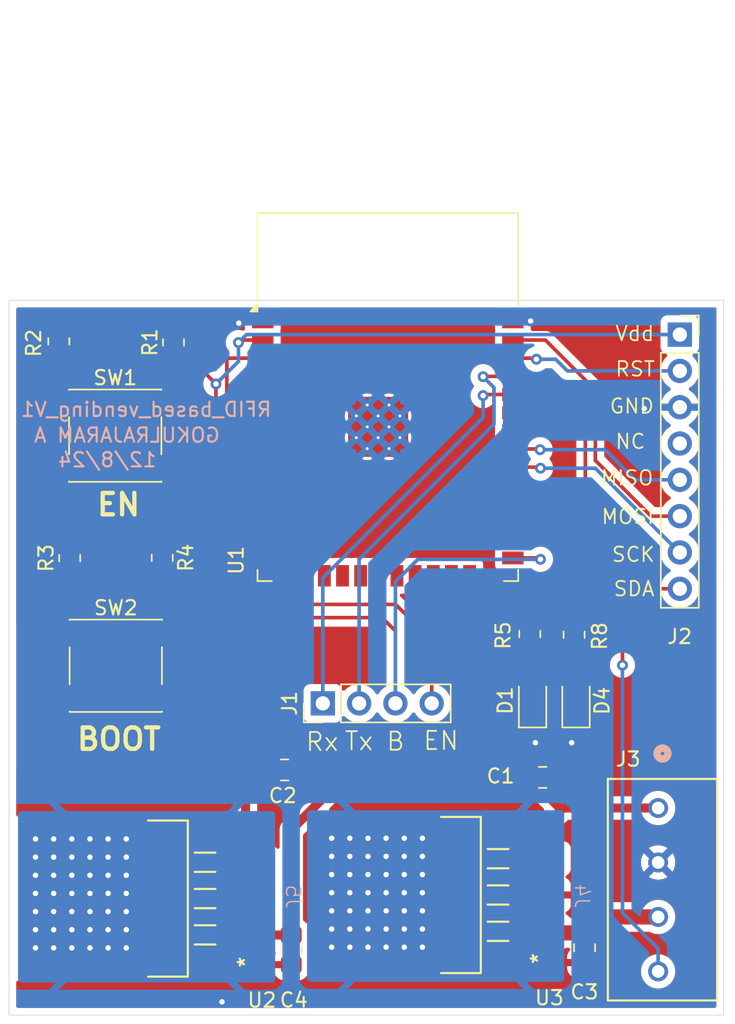
<source format=kicad_pcb>
(kicad_pcb (version 20240108) (generator "pcbnew") (generator_version "8.0")
  (layers (0 "F.Cu" signal) (31 "B.Cu" signal) (34 "B.Paste" user) (35 "F.Paste" user) (36 "B.SilkS" user "B.Silkscreen") (37 "F.SilkS" user "F.Silkscreen") (38 "B.Mask" user) (39 "F.Mask" user) (44 "Edge.Cuts" user))
  (net 0 "")
  (net 1 "/5V")
  (net 2 "GND")
  (net 3 "VDD")
  (net 4 "/12V")
  (net 5 "Net-(D1-A)")
  (net 6 "Net-(D4-A)")
  (net 7 "/EN")
  (net 8 "Net-(J1-Pin_2)")
  (net 9 "Net-(J1-Pin_1)")
  (net 10 "/BOOT")
  (net 11 "/SDA")
  (net 12 "/SCK")
  (net 13 "/NC")
  (net 14 "/MISO")
  (net 15 "/MOSI")
  (net 16 "/RST")
  (net 17 "Net-(J3-Pin_4)")
  (net 18 "Net-(R2-Pad2)")
  (net 19 "Net-(R4-Pad2)")
  (net 20 "/Green")
  (net 21 "/RED")
  (net 25 "/Blue")
  (footprint "Resistor_SMD:R_0805_2012Metric_Pad1.20x1.40mm_HandSolder" (layer "F.Cu") (at 131.2418 95.0374 90)
    (property "Reference" "R3" (at 0 -1.65 -90) (layer "F.SilkS"))
    (property "Value" "12K")
    (fp_line (start -0.227064 -0.735) (end 0.227064 -0.735) (stroke (width 0.12)) (layer "F.SilkS"))
    (fp_line (start -0.227064 0.735) (end 0.227064 0.735) (stroke (width 0.12)) (layer "F.SilkS"))
    (pad "1" smd roundrect (at -1 0 90) (size 1.2 1.4) (layers "F.Cu" "F.Paste" "F.Mask") (roundrect_rratio 0.2083333333) (net 3 "VDD"))
    (pad "2" smd roundrect (at 1 0 90) (size 1.2 1.4) (layers "F.Cu" "F.Paste" "F.Mask") (roundrect_rratio 0.2083333333) (net 10 "/BOOT"))
  )
  (footprint "footprints_screw_connector:CONN4_500000G_AMP" (layer "F.Cu") (at 172.421 112.5149 -90)
    (property "Reference" "J3" (at -3.4149 2.096 0) (layer "F.SilkS"))
    (property "Value" "Conn_01x04_Pin" (hide yes))
    (fp_circle (center -3.81 -0.304) (end -3.429 -0.304) (stroke (width 0.508)) (fill none) (layer "B.SilkS"))
    (fp_line (start -2.032 3.5187) (end 13.462 3.5187) (stroke (width 0.1524)) (layer "F.SilkS"))
    (fp_line (start 13.462 3.5187) (end 13.462 -4.1267) (stroke (width 0.1524)) (layer "F.SilkS"))
    (fp_line (start -2.032 -4.1267) (end -2.032 3.5187) (stroke (width 0.1524)) (layer "F.SilkS"))
    (fp_line (start 13.462 -4.1267) (end -2.032 -4.1267) (stroke (width 0.1524)) (layer "F.SilkS"))
    (fp_circle (center -3.81 -0.304) (end -3.429 -0.304) (stroke (width 0.508)) (fill none) (layer "F.SilkS"))
    (pad "1" thru_hole circle (at 0 0 270) (size 1.397 1.397) (drill 0.889) (layers "*.Cu" "*.Mask") (net 1 "/5V"))
    (pad "2" thru_hole circle (at 3.81 0 270) (size 1.397 1.397) (drill 0.889) (layers "*.Cu" "*.Mask") (net 2 "GND"))
    (pad "3" thru_hole circle (at 7.62 0 270) (size 1.397 1.397) (drill 0.889) (layers "*.Cu" "*.Mask") (net 4 "/12V"))
    (pad "4" thru_hole circle (at 11.43 0 270) (size 1.397 1.397) (drill 0.889) (layers "*.Cu" "*.Mask") (net 17 "Net-(J3-Pin_4)"))
  )
  (footprint "Capacitor_SMD:C_0805_2012Metric_Pad1.18x1.45mm_HandSolder" (layer "F.Cu") (at 167.275 122.2875 -90)
    (property "Reference" "C3" (at 3.097499 0.014999 180) (layer "F.SilkS"))
    (property "Value" "0.22")
    (fp_line (start -0.261252 0.735) (end 0.261252 0.735) (stroke (width 0.12)) (layer "F.SilkS"))
    (fp_line (start -0.261252 -0.735) (end 0.261252 -0.735) (stroke (width 0.12)) (layer "F.SilkS"))
    (pad "1" smd roundrect (at -1.0375 0 270) (size 1.175 1.45) (layers "F.Cu" "F.Paste" "F.Mask") (roundrect_rratio 0.2127659574) (net 4 "/12V"))
    (pad "2" smd roundrect (at 1.0375 0 270) (size 1.175 1.45) (layers "F.Cu" "F.Paste" "F.Mask") (roundrect_rratio 0.2127659574) (net 2 "GND"))
  )
  (footprint "Capacitor_SMD:C_0805_2012Metric_Pad1.18x1.45mm_HandSolder" (layer "F.Cu") (at 146.75 122.4375 -90)
    (property "Reference" "C4" (at 3.5125 -0.175 180) (layer "F.SilkS"))
    (property "Value" "0.22u")
    (fp_line (start -0.261252 0.735) (end 0.261252 0.735) (stroke (width 0.12)) (layer "F.SilkS"))
    (fp_line (start -0.261252 -0.735) (end 0.261252 -0.735) (stroke (width 0.12)) (layer "F.SilkS"))
    (pad "1" smd roundrect (at -1.0375 0 270) (size 1.175 1.45) (layers "F.Cu" "F.Paste" "F.Mask") (roundrect_rratio 0.2127659574) (net 1 "/5V"))
    (pad "2" smd roundrect (at 1.0375 0 270) (size 1.175 1.45) (layers "F.Cu" "F.Paste" "F.Mask") (roundrect_rratio 0.2127659574) (net 2 "GND"))
  )
  (footprint "Resistor_SMD:R_0805_2012Metric_Pad1.20x1.40mm_HandSolder" (layer "F.Cu") (at 137.7188 95.012 -90)
    (property "Reference" "R4" (at 0 -1.65 90) (layer "F.SilkS"))
    (property "Value" "470")
    (fp_line (start -0.227064 0.735) (end 0.227064 0.735) (stroke (width 0.12)) (layer "F.SilkS"))
    (fp_line (start -0.227064 -0.735) (end 0.227064 -0.735) (stroke (width 0.12)) (layer "F.SilkS"))
    (pad "1" smd roundrect (at -1 0 270) (size 1.2 1.4) (layers "F.Cu" "F.Paste" "F.Mask") (roundrect_rratio 0.2083333333) (net 10 "/BOOT"))
    (pad "2" smd roundrect (at 1 0 270) (size 1.2 1.4) (layers "F.Cu" "F.Paste" "F.Mask") (roundrect_rratio 0.2083333333) (net 19 "Net-(R4-Pad2)"))
  )
  (footprint "Button_Switch_SMD:SW_Push_1P1T_NO_6x6mm_H9.5mm" (layer "F.Cu") (at 134.4296 86.4722)
    (property "Reference" "SW1" (at 0 -4.05 0) (layer "F.SilkS"))
    (property "Value" "SW_Push")
    (fp_line (start -3.23 -3.23) (end 3.23 -3.23) (stroke (width 0.12)) (layer "F.SilkS"))
    (fp_line (start -3.23 -3.2) (end -3.23 -3.23) (stroke (width 0.12)) (layer "F.SilkS"))
    (fp_line (start -3.23 -1.3) (end -3.23 1.3) (stroke (width 0.12)) (layer "F.SilkS"))
    (fp_line (start -3.23 3.23) (end -3.23 3.2) (stroke (width 0.12)) (layer "F.SilkS"))
    (fp_line (start -3.23 3.23) (end 3.23 3.23) (stroke (width 0.12)) (layer "F.SilkS"))
    (fp_line (start 3.23 -3.23) (end 3.23 -3.2) (stroke (width 0.12)) (layer "F.SilkS"))
    (fp_line (start 3.23 -1.3) (end 3.23 1.3) (stroke (width 0.12)) (layer "F.SilkS"))
    (fp_line (start 3.23 3.23) (end 3.23 3.2) (stroke (width 0.12)) (layer "F.SilkS"))
    (pad "1" smd rect (at -3.975 -2.25) (size 1.55 1.3) (layers "F.Cu" "F.Paste" "F.Mask") (net 18 "Net-(R2-Pad2)"))
    (pad "1" smd rect (at 3.975 -2.25) (size 1.55 1.3) (layers "F.Cu" "F.Paste" "F.Mask") (net 18 "Net-(R2-Pad2)"))
    (pad "2" smd rect (at -3.975 2.25) (size 1.55 1.3) (layers "F.Cu" "F.Paste" "F.Mask") (net 2 "GND"))
    (pad "2" smd rect (at 3.975 2.25) (size 1.55 1.3) (layers "F.Cu" "F.Paste" "F.Mask") (net 2 "GND"))
  )
  (footprint "Resistor_SMD:R_0805_2012Metric_Pad1.20x1.40mm_HandSolder" (layer "F.Cu") (at 130.4798 79.8736 -90)
    (property "Reference" "R2" (at 0.1264 1.7548 90) (layer "F.SilkS"))
    (property "Value" "470")
    (fp_line (start -0.227064 0.735) (end 0.227064 0.735) (stroke (width 0.12)) (layer "F.SilkS"))
    (fp_line (start -0.227064 -0.735) (end 0.227064 -0.735) (stroke (width 0.12)) (layer "F.SilkS"))
    (pad "1" smd roundrect (at -1 0 270) (size 1.2 1.4) (layers "F.Cu" "F.Paste" "F.Mask") (roundrect_rratio 0.2083333333) (net 7 "/EN"))
    (pad "2" smd roundrect (at 1 0 270) (size 1.2 1.4) (layers "F.Cu" "F.Paste" "F.Mask") (roundrect_rratio 0.2083333333) (net 18 "Net-(R2-Pad2)"))
  )
  (footprint "footprints_5v:TO263-3LD_MCH" (layer "F.Cu") (at 155.3 118.6 90)
    (property "Reference" "U3" (at -7.194 9.5077 0) (layer "F.SilkS"))
    (property "Value" "MIC2940A-5.0WU")
    (fp_line (start -5.461 1.929749) (end -5.461 4.7117) (stroke (width 0.1524)) (layer "F.SilkS"))
    (fp_line (start 5.461 4.7117) (end 5.461 1.929749) (stroke (width 0.1524)) (layer "F.SilkS"))
    (fp_line (start -5.461 4.7117) (end 5.461 4.7117) (stroke (width 0.1524)) (layer "F.SilkS"))
    (fp_line (start 3.2131 5.1943) (end 3.2131 6.6421) (stroke (width 0.1524)) (layer "F.SilkS"))
    (fp_line (start 1.8669 5.1943) (end 1.8669 6.6421) (stroke (width 0.1524)) (layer "F.SilkS"))
    (fp_line (start 0.6731 5.1943) (end 0.6731 6.6421) (stroke (width 0.1524)) (layer "F.SilkS"))
    (fp_line (start -0.6731 5.1943) (end -0.6731 6.6421) (stroke (width 0.1524)) (layer "F.SilkS"))
    (fp_line (start -1.8669 5.1943) (end -1.8669 6.6421) (stroke (width 0.1524)) (layer "F.SilkS"))
    (fp_line (start -3.2131 5.1943) (end -3.2131 6.6421) (stroke (width 0.1524)) (layer "F.SilkS"))
    (fp_text user "*" (at -4.445 8.7503 90) (layer "F.SilkS"))
    (fp_text user "*" (at -4.445 8.7503 -90) (layer "F.SilkS"))
    (pad "1" smd rect (at -2.54 8.7503 90) (size 1.397 3.5052) (layers "F.Cu" "F.Paste" "F.Mask") (net 4 "/12V"))
    (pad "2" smd rect (at 0 8.7503 90) (size 1.397 3.5052) (layers "F.Cu" "F.Paste" "F.Mask") (net 2 "GND"))
    (pad "3" smd rect (at 2.54 8.7503 90) (size 1.397 3.5052) (layers "F.Cu" "F.Paste" "F.Mask") (net 1 "/5V"))
    (pad "4" smd rect (at 0 -2.5908 90) (size 10.7188 8.4074) (layers "F.Cu" "F.Paste" "F.Mask") (net 2 "GND"))
  )
  (footprint "Capacitor_SMD:C_0805_2012Metric_Pad1.18x1.45mm_HandSolder" (layer "F.Cu") (at 164.3375 110.375)
    (property "Reference" "C1" (at -2.94 -0.095 0) (layer "F.SilkS"))
    (property "Value" "10u")
    (fp_line (start -0.261252 -0.735) (end 0.261252 -0.735) (stroke (width 0.12)) (layer "F.SilkS"))
    (fp_line (start -0.261252 0.735) (end 0.261252 0.735) (stroke (width 0.12)) (layer "F.SilkS"))
    (pad "1" smd roundrect (at -1.0375 0) (size 1.175 1.45) (layers "F.Cu" "F.Paste" "F.Mask") (roundrect_rratio 0.2127659574) (net 1 "/5V"))
    (pad "2" smd roundrect (at 1.0375 0) (size 1.175 1.45) (layers "F.Cu" "F.Paste" "F.Mask") (roundrect_rratio 0.2127659574) (net 2 "GND"))
  )
  (footprint "LED_SMD:LED_0805_2012Metric_Pad1.15x1.40mm_HandSolder" (layer "F.Cu") (at 166.6748 105.02 90)
    (property "Reference" "D4" (at 0 1.8252 -90) (layer "F.SilkS"))
    (property "Value" "RED LED")
    (fp_line (start 1 -0.96) (end -1.86 -0.96) (stroke (width 0.12)) (layer "F.SilkS"))
    (fp_line (start -1.86 -0.96) (end -1.86 0.96) (stroke (width 0.12)) (layer "F.SilkS"))
    (fp_line (start -1.86 0.96) (end 1 0.96) (stroke (width 0.12)) (layer "F.SilkS"))
    (pad "1" smd roundrect (at -1.025 0 90) (size 1.15 1.4) (layers "F.Cu" "F.Paste" "F.Mask") (roundrect_rratio 0.2173913043) (net 2 "GND"))
    (pad "2" smd roundrect (at 1.025 0 90) (size 1.15 1.4) (layers "F.Cu" "F.Paste" "F.Mask") (roundrect_rratio 0.2173913043) (net 6 "Net-(D4-A)"))
  )
  (footprint "Connector_PinHeader_2.54mm:PinHeader_1x04_P2.54mm_Vertical" (layer "F.Cu") (at 148.9556 105.1968 90)
    (property "Reference" "J1" (at 0 -2.33 -90) (layer "F.SilkS"))
    (property "Value" "Conn_01x04_Pin")
    (fp_line (start -1.33 -1.33) (end 0 -1.33) (stroke (width 0.12)) (layer "F.SilkS"))
    (fp_line (start -1.33 0) (end -1.33 -1.33) (stroke (width 0.12)) (layer "F.SilkS"))
    (fp_line (start 1.33 1.27) (end 1.33 8.95) (stroke (width 0.12)) (layer "F.SilkS"))
    (fp_line (start -1.33 1.27) (end 1.33 1.27) (stroke (width 0.12)) (layer "F.SilkS"))
    (fp_line (start -1.33 1.27) (end -1.33 8.95) (stroke (width 0.12)) (layer "F.SilkS"))
    (fp_line (start -1.33 8.95) (end 1.33 8.95) (stroke (width 0.12)) (layer "F.SilkS"))
    (pad "1" thru_hole rect (at 0 0 90) (size 1.7 1.7) (drill 1) (layers "*.Cu" "*.Mask") (net 9 "Net-(J1-Pin_1)"))
    (pad "2" thru_hole oval (at 0 2.54 90) (size 1.7 1.7) (drill 1) (layers "*.Cu" "*.Mask") (net 8 "Net-(J1-Pin_2)"))
    (pad "3" thru_hole oval (at 0 5.08 90) (size 1.7 1.7) (drill 1) (layers "*.Cu" "*.Mask") (net 10 "/BOOT"))
    (pad "4" thru_hole oval (at 0 7.62 90) (size 1.7 1.7) (drill 1) (layers "*.Cu" "*.Mask") (net 7 "/EN"))
  )
  (footprint "Capacitor_SMD:C_0805_2012Metric_Pad1.18x1.45mm_HandSolder" (layer "F.Cu") (at 146.2825 109.855)
    (property "Reference" "C2" (at -0.1325 1.795 0) (layer "F.SilkS"))
    (property "Value" "10u")
    (fp_line (start -0.261252 -0.735) (end 0.261252 -0.735) (stroke (width 0.12)) (layer "F.SilkS"))
    (fp_line (start -0.261252 0.735) (end 0.261252 0.735) (stroke (width 0.12)) (layer "F.SilkS"))
    (pad "1" smd roundrect (at -1.0375 0) (size 1.175 1.45) (layers "F.Cu" "F.Paste" "F.Mask") (roundrect_rratio 0.2127659574) (net 3 "VDD"))
    (pad "2" smd roundrect (at 1.0375 0) (size 1.175 1.45) (layers "F.Cu" "F.Paste" "F.Mask") (roundrect_rratio 0.2127659574) (net 2 "GND"))
  )
  (footprint "RF_Module:ESP32-WROOM-32" (layer "F.Cu") (at 153.5052 86.7614)
    (property "Reference" "U1" (at -10.61 8.43 90) (layer "F.SilkS"))
    (property "Value" "ESP32-WROOM-32")
    (fp_line (start -9.12 -15.86) (end -9.12 -9.7) (stroke (width 0.12)) (layer "F.SilkS"))
    (fp_line (start -9.12 -15.86) (end 9.12 -15.86) (stroke (width 0.12)) (layer "F.SilkS"))
    (fp_line (start -9.12 9.1) (end -9.12 9.88) (stroke (width 0.12)) (layer "F.SilkS"))
    (fp_line (start -9.12 9.88) (end -8.12 9.88) (stroke (width 0.12)) (layer "F.SilkS"))
    (fp_line (start 9.12 -15.86) (end 9.12 -9.445) (stroke (width 0.12)) (layer "F.SilkS"))
    (fp_line (start 9.12 9.1) (end 9.12 9.88) (stroke (width 0.12)) (layer "F.SilkS"))
    (fp_line (start 9.12 9.88) (end 8.12 9.88) (stroke (width 0.12)) (layer "F.SilkS"))
    (fp_poly (pts (xy -9.125 -8.975) (xy -9.625 -8.975) (xy -9.125 -9.475) (xy -9.125 -8.975)) (stroke (width 0.12)) (fill solid) (layer "F.SilkS"))
    (pad "1" smd rect (at -8.75 -8.25) (size 1.5 0.9) (layers "F.Cu" "F.Paste" "F.Mask") (net 2 "GND"))
    (pad "2" smd rect (at -8.75 -6.98) (size 1.5 0.9) (layers "F.Cu" "F.Paste" "F.Mask") (net 3 "VDD"))
    (pad "3" smd rect (at -8.75 -5.71) (size 1.5 0.9) (layers "F.Cu" "F.Paste" "F.Mask") (net 7 "/EN"))
    (pad "4" smd rect (at -8.75 -4.44) (size 1.5 0.9) (layers "F.Cu" "F.Paste" "F.Mask"))
    (pad "5" smd rect (at -8.75 -3.17) (size 1.5 0.9) (layers "F.Cu" "F.Paste" "F.Mask"))
    (pad "6" smd rect (at -8.75 -1.9) (size 1.5 0.9) (layers "F.Cu" "F.Paste" "F.Mask"))
    (pad "7" smd rect (at -8.75 -0.63) (size 1.5 0.9) (layers "F.Cu" "F.Paste" "F.Mask"))
    (pad "8" smd rect (at -8.75 0.64) (size 1.5 0.9) (layers "F.Cu" "F.Paste" "F.Mask"))
    (pad "9" smd rect (at -8.75 1.91) (size 1.5 0.9) (layers "F.Cu" "F.Paste" "F.Mask"))
    (pad "10" smd rect (at -8.75 3.18) (size 1.5 0.9) (layers "F.Cu" "F.Paste" "F.Mask"))
    (pad "11" smd rect (at -8.75 4.45) (size 1.5 0.9) (layers "F.Cu" "F.Paste" "F.Mask"))
    (pad "12" smd rect (at -8.75 5.72) (size 1.5 0.9) (layers "F.Cu" "F.Paste" "F.Mask"))
    (pad "13" smd rect (at -8.75 6.99) (size 1.5 0.9) (layers "F.Cu" "F.Paste" "F.Mask"))
    (pad "14" smd rect (at -8.75 8.26) (size 1.5 0.9) (layers "F.Cu" "F.Paste" "F.Mask"))
    (pad "15" smd rect (at -5.71 9.51 90) (size 1.5 0.9) (layers "F.Cu" "F.Paste" "F.Mask") (net 2 "GND"))
    (pad "16" smd rect (at -4.44 9.51 90) (size 1.5 0.9) (layers "F.Cu" "F.Paste" "F.Mask"))
    (pad "17" smd rect (at -3.17 9.51 90) (size 1.5 0.9) (layers "F.Cu" "F.Paste" "F.Mask"))
    (pad "18" smd rect (at -1.9 9.51 90) (size 1.5 0.9) (layers "F.Cu" "F.Paste" "F.Mask"))
    (pad "19" smd rect (at -0.63 9.51 90) (size 1.5 0.9) (layers "F.Cu" "F.Paste" "F.Mask"))
    (pad "20" smd rect (at 0.64 9.51 90) (size 1.5 0.9) (layers "F.Cu" "F.Paste" "F.Mask"))
    (pad "21" smd rect (at 1.91 9.51 90) (size 1.5 0.9) (layers "F.Cu" "F.Paste" "F.Mask"))
    (pad "22" smd rect (at 3.18 9.51 90) (size 1.5 0.9) (layers "F.Cu" "F.Paste" "F.Mask"))
    (pad "23" smd rect (at 4.45 9.51 90) (size 1.5 0.9) (layers "F.Cu" "F.Paste" "F.Mask") (net 25 "/Blue"))
    (pad "24" smd rect (at 5.72 9.51 90) (size 1.5 0.9) (layers "F.Cu" "F.Paste" "F.Mask") (net 20 "/Green"))
    (pad "25" smd rect (at 8.75 8.26) (size 1.5 0.9) (layers "F.Cu" "F.Paste" "F.Mask") (net 10 "/BOOT"))
    (pad "26" smd rect (at 8.75 6.99) (size 1.5 0.9) (layers "F.Cu" "F.Paste" "F.Mask") (net 21 "/RED"))
    (pad "27" smd rect (at 8.75 5.72) (size 1.5 0.9) (layers "F.Cu" "F.Paste" "F.Mask"))
    (pad "28" smd rect (at 8.75 4.45) (size 1.5 0.9) (layers "F.Cu" "F.Paste" "F.Mask"))
    (pad "29" smd rect (at 8.75 3.18) (size 1.5 0.9) (layers "F.Cu" "F.Paste" "F.Mask") (net 17 "Net-(J3-Pin_4)"))
    (pad "30" smd rect (at 8.75 1.91) (size 1.5 0.9) (layers "F.Cu" "F.Paste" "F.Mask") (net 12 "/SCK"))
    (pad "31" smd rect (at 8.75 0.64) (size 1.5 0.9) (layers "F.Cu" "F.Paste" "F.Mask") (net 14 "/MISO"))
    (pad "32" smd rect (at 8.75 -0.63) (size 1.5 0.9) (layers "F.Cu" "F.Paste" "F.Mask"))
    (pad "33" smd rect (at 8.75 -1.9) (size 1.5 0.9) (layers "F.Cu" "F.Paste" "F.Mask") (net 11 "/SDA"))
    (pad "34" smd rect (at 8.75 -3.17) (size 1.5 0.9) (layers "F.Cu" "F.Paste" "F.Mask") (net 9 "Net-(J1-Pin_1)"))
    (pad "35" smd rect (at 8.75 -4.44) (size 1.5 0.9) (layers "F.Cu" "F.Paste" "F.Mask") (net 8 "Net-(J1-Pin_2)"))
    (pad "36" smd rect (at 8.75 -5.71) (size 1.5 0.9) (layers "F.Cu" "F.Paste" "F.Mask") (net 16 "/RST"))
    (pad "37" smd rect (at 8.75 -6.98) (size 1.5 0.9) (layers "F.Cu" "F.Paste" "F.Mask") (net 15 "/MOSI"))
    (pad "38" smd rect (at 8.75 -8.25) (size 1.5 0.9) (layers "F.Cu" "F.Paste" "F.Mask") (net 2 "GND"))
    (pad "39" smd rect (at -2.205 -2.435) (size 1.05 1.05) (layers "F.Cu" "F.Paste") (net 2 "GND"))
    (pad "39" thru_hole circle (at -2.205 -1.6725) (size 0.6 0.6) (drill 0.2) (property pad_prop_heatsink) (layers "*.Cu" "F.Mask") (net 2 "GND"))
    (pad "39" smd rect (at -2.205 -0.91) (size 1.05 1.05) (layers "F.Cu" "F.Paste") (net 2 "GND"))
    (pad "39" thru_hole circle (at -2.205 -0.1475) (size 0.6 0.6) (drill 0.2) (property pad_prop_heatsink) (layers "*.Cu" "F.Mask") (net 2 "GND"))
    (pad "39" smd rect (at -2.205 0.615) (size 1.05 1.05) (layers "F.Cu" "F.Paste") (net 2 "GND"))
    (pad "39" thru_hole circle (at -1.4425 -2.435) (size 0.6 0.6) (drill 0.2) (property pad_prop_heatsink) (layers "*.Cu" "F.Mask") (net 2 "GND"))
    (pad "39" thru_hole circle (at -1.4425 -0.91) (size 0.6 0.6) (drill 0.2) (property pad_prop_heatsink) (layers "*.Cu" "F.Mask") (net 2 "GND"))
    (pad "39" thru_hole circle (at -1.4425 0.615) (size 0.6 0.6) (drill 0.2) (property pad_prop_heatsink) (layers "*.Cu" "F.Mask") (net 2 "GND"))
    (pad "39" smd rect (at -0.68 -2.435) (size 1.05 1.05) (layers "F.Cu" "F.Paste") (net 2 "GND"))
    (pad "39" thru_hole circle (at -0.68 -1.6725) (size 0.6 0.6) (drill 0.2) (property pad_prop_heatsink) (layers "*.Cu" "F.Mask") (net 2 "GND"))
    (pad "39" smd rect (at -0.68 -0.91) (size 1.05 1.05) (layers "F.Cu" "F.Paste") (net 2 "GND"))
    (pad "39" smd rect (at -0.68 -0.91) (size 4.2 4.2) (layers "F.Cu" "F.Mask") (net 2 "GND"))
    (pad "39" thru_hole circle (at -0.68 -0.1475) (size 0.6 0.6) (drill 0.2) (property pad_prop_heatsink) (layers "*.Cu" "F.Mask") (net 2 "GND"))
    (pad "39" smd rect (at -0.68 0.615) (size 1.05 1.05) (layers "F.Cu" "F.Paste") (net 2 "GND"))
    (pad "39" thru_hole circle (at 0.0825 -2.435) (size 0.6 0.6) (drill 0.2) (property pad_prop_heatsink) (layers "*.Cu" "F.Mask") (net 2 "GND"))
    (pad "39" thru_hole circle (at 0.0825 -0.91) (size 0.6 0.6) (drill 0.2) (property pad_prop_heatsink) (layers "*.Cu" "F.Mask") (net 2 "GND"))
    (pad "39" thru_hole circle (at 0.0825 0.615) (size 0.6 0.6) (drill 0.2) (property pad_prop_heatsink) (layers "*.Cu" "F.Mask") (net 2 "GND"))
    (pad "39" smd rect (at 0.845 -2.435) (size 1.05 1.05) (layers "F.Cu" "F.Paste") (net 2 "GND"))
    (pad "39" thru_hole circle (at 0.845 -1.6725) (size 0.6 0.6) (drill 0.2) (property pad_prop_heatsink) (layers "*.Cu" "F.Mask") (net 2 "GND"))
    (pad "39" smd rect (at 0.845 -0.91) (size 1.05 1.05) (layers "F.Cu" "F.Paste") (net 2 "GND"))
    (pad "39" thru_hole circle (at 0.845 -0.1475) (size 0.6 0.6) (drill 0.2) (property pad_prop_heatsink) (layers "*.Cu" "F.Mask") (net 2 "GND"))
    (pad "39" smd rect (at 0.845 0.615) (size 1.05 1.05) (layers "F.Cu" "F.Paste") (net 2 "GND"))
    (zone (net 0) (net_name "") (layers "F.Cu" "In1.Cu" "B.Cu") (connect_pads (clearance 0)) (min_thickness 0.254)
      (keepout (tracks not_allowed) (vias not_allowed) (pads not_allowed) (copperpour not_allowed) (footprints not_allowed))
      (fill (thermal_gap 0.508) (thermal_bridge_width 0.508))
      (polygon (pts (xy 129.5052 76.9614) (xy 177.5052 76.9614) (xy 177.5052 56.0214) (xy 129.5052 56.0214)))
    )
  )
  (footprint "Button_Switch_SMD:SW_Push_1P1T_NO_6x6mm_H9.5mm" (layer "F.Cu") (at 134.4676 102.5652)
    (property "Reference" "SW2" (at 0 -4.05 0) (layer "F.SilkS"))
    (property "Value" "SW_Push")
    (fp_line (start -3.23 -3.23) (end 3.23 -3.23) (stroke (width 0.12)) (layer "F.SilkS"))
    (fp_line (start -3.23 -3.2) (end -3.23 -3.23) (stroke (width 0.12)) (layer "F.SilkS"))
    (fp_line (start -3.23 -1.3) (end -3.23 1.3) (stroke (width 0.12)) (layer "F.SilkS"))
    (fp_line (start -3.23 3.23) (end -3.23 3.2) (stroke (width 0.12)) (layer "F.SilkS"))
    (fp_line (start -3.23 3.23) (end 3.23 3.23) (stroke (width 0.12)) (layer "F.SilkS"))
    (fp_line (start 3.23 -3.23) (end 3.23 -3.2) (stroke (width 0.12)) (layer "F.SilkS"))
    (fp_line (start 3.23 -1.3) (end 3.23 1.3) (stroke (width 0.12)) (layer "F.SilkS"))
    (fp_line (start 3.23 3.23) (end 3.23 3.2) (stroke (width 0.12)) (layer "F.SilkS"))
    (pad "1" smd rect (at -3.975 -2.25) (size 1.55 1.3) (layers "F.Cu" "F.Paste" "F.Mask") (net 19 "Net-(R4-Pad2)"))
    (pad "1" smd rect (at 3.975 -2.25) (size 1.55 1.3) (layers "F.Cu" "F.Paste" "F.Mask") (net 19 "Net-(R4-Pad2)"))
    (pad "2" smd rect (at -3.975 2.25) (size 1.55 1.3) (layers "F.Cu" "F.Paste" "F.Mask") (net 2 "GND"))
    (pad "2" smd rect (at 3.975 2.25) (size 1.55 1.3) (layers "F.Cu" "F.Paste" "F.Mask") (net 2 "GND"))
  )
  (footprint "footprints:TO263-3LD_MCH" (layer "F.Cu") (at 134.7958 118.85 90)
    (property "Reference" "U2" (at -7.1074 9.8976 0) (layer "F.SilkS"))
    (property "Value" "MIC2940A-3.3WU")
    (fp_line (start -5.461 1.929749) (end -5.461 4.7117) (stroke (width 0.1524)) (layer "F.SilkS"))
    (fp_line (start 5.461 4.7117) (end 5.461 1.929749) (stroke (width 0.1524)) (layer "F.SilkS"))
    (fp_line (start -5.461 4.7117) (end 5.461 4.7117) (stroke (width 0.1524)) (layer "F.SilkS"))
    (fp_line (start 3.2131 5.1943) (end 3.2131 6.6421) (stroke (width 0.1524)) (layer "F.SilkS"))
    (fp_line (start 1.8669 5.1943) (end 1.8669 6.6421) (stroke (width 0.1524)) (layer "F.SilkS"))
    (fp_line (start 0.6731 5.1943) (end 0.6731 6.6421) (stroke (width 0.1524)) (layer "F.SilkS"))
    (fp_line (start -0.6731 5.1943) (end -0.6731 6.6421) (stroke (width 0.1524)) (layer "F.SilkS"))
    (fp_line (start -1.8669 5.1943) (end -1.8669 6.6421) (stroke (width 0.1524)) (layer "F.SilkS"))
    (fp_line (start -3.2131 5.1943) (end -3.2131 6.6421) (stroke (width 0.1524)) (layer "F.SilkS"))
    (fp_text user "*" (at -4.445 8.7503 90) (layer "F.SilkS"))
    (fp_text user "*" (at -4.445 8.7503 -90) (layer "F.SilkS"))
    (pad "1" smd rect (at -2.54 8.7503 90) (size 1.397 3.5052) (layers "F.Cu" "F.Paste" "F.Mask") (net 1 "/5V"))
    (pad "2" smd rect (at 0 8.7503 90) (size 1.397 3.5052) (layers "F.Cu" "F.Paste" "F.Mask") (net 2 "GND"))
    (pad "3" smd rect (at 2.54 8.7503 90) (size 1.397 3.5052) (layers "F.Cu" "F.Paste" "F.Mask") (net 3 "VDD"))
    (pad "4" smd rect (at 0 -2.5908 90) (size 10.7188 8.4074) (layers "F.Cu" "F.Paste" "F.Mask") (net 2 "GND"))
  )
  (footprint "Resistor_SMD:R_0805_2012Metric_Pad1.20x1.40mm_HandSolder" (layer "F.Cu") (at 163.4396 100.3464 -90)
    (property "Reference" "R5" (at 0.1036 1.8646 90) (layer "F.SilkS"))
    (property "Value" "470")
    (fp_line (start -0.227064 0.735) (end 0.227064 0.735) (stroke (width 0.12)) (layer "F.SilkS"))
    (fp_line (start -0.227064 -0.735) (end 0.227064 -0.735) (stroke (width 0.12)) (layer "F.SilkS"))
    (pad "1" smd roundrect (at -1 0 270) (size 1.2 1.4) (layers "F.Cu" "F.Paste" "F.Mask") (roundrect_rratio 0.2083333333) (net 20 "/Green"))
    (pad "2" smd roundrect (at 1 0 270) (size 1.2 1.4) (layers "F.Cu" "F.Paste" "F.Mask") (roundrect_rratio 0.2083333333) (net 5 "Net-(D1-A)"))
  )
  (footprint "LED_SMD:LED_0805_2012Metric_Pad1.15x1.40mm_HandSolder" (layer "F.Cu") (at 163.6348 105.02 90)
    (property "Reference" "D1" (at 0.02 -1.9098 -90) (layer "F.SilkS"))
    (property "Value" "Green LED")
    (fp_line (start 1 -0.96) (end -1.86 -0.96) (stroke (width 0.12)) (layer "F.SilkS"))
    (fp_line (start -1.86 -0.96) (end -1.86 0.96) (stroke (width 0.12)) (layer "F.SilkS"))
    (fp_line (start -1.86 0.96) (end 1 0.96) (stroke (width 0.12)) (layer "F.SilkS"))
    (pad "1" smd roundrect (at -1.025 0 90) (size 1.15 1.4) (layers "F.Cu" "F.Paste" "F.Mask") (roundrect_rratio 0.2173913043) (net 2 "GND"))
    (pad "2" smd roundrect (at 1.025 0 90) (size 1.15 1.4) (layers "F.Cu" "F.Paste" "F.Mask") (roundrect_rratio 0.2173913043) (net 5 "Net-(D1-A)"))
  )
  (footprint "Resistor_SMD:R_0805_2012Metric_Pad1.20x1.40mm_HandSolder" (layer "F.Cu") (at 138.5062 79.9498 90)
    (property "Reference" "R1" (at 0 -1.65 -90) (layer "F.SilkS"))
    (property "Value" "12K")
    (fp_line (start -0.227064 -0.735) (end 0.227064 -0.735) (stroke (width 0.12)) (layer "F.SilkS"))
    (fp_line (start -0.227064 0.735) (end 0.227064 0.735) (stroke (width 0.12)) (layer "F.SilkS"))
    (pad "1" smd roundrect (at -1 0 90) (size 1.2 1.4) (layers "F.Cu" "F.Paste" "F.Mask") (roundrect_rratio 0.2083333333) (net 3 "VDD"))
    (pad "2" smd roundrect (at 1 0 90) (size 1.2 1.4) (layers "F.Cu" "F.Paste" "F.Mask") (roundrect_rratio 0.2083333333) (net 7 "/EN"))
  )
  (footprint "Connector_PinSocket_2.54mm:PinSocket_1x08_P2.54mm_Vertical" (layer "F.Cu") (at 173.9392 79.4004)
    (property "Reference" "J2" (at -0.0142 21.1246 0) (layer "F.SilkS"))
    (property "Value" "Conn_01x08_Pin")
    (fp_line (start -1.33 1.27) (end -1.33 19.11) (stroke (width 0.12)) (layer "F.SilkS"))
    (fp_line (start -1.33 1.27) (end 1.33 1.27) (stroke (width 0.12)) (layer "F.SilkS"))
    (fp_line (start -1.33 19.11) (end 1.33 19.11) (stroke (width 0.12)) (layer "F.SilkS"))
    (fp_line (start 0 -1.33) (end 1.33 -1.33) (stroke (width 0.12)) (layer "F.SilkS"))
    (fp_line (start 1.33 -1.33) (end 1.33 0) (stroke (width 0.12)) (layer "F.SilkS"))
    (fp_line (start 1.33 1.27) (end 1.33 19.11) (stroke (width 0.12)) (layer "F.SilkS"))
    (pad "1" thru_hole rect (at 0 0) (size 1.7 1.7) (drill 1) (layers "*.Cu" "*.Mask") (net 3 "VDD"))
    (pad "2" thru_hole oval (at 0 2.54) (size 1.7 1.7) (drill 1) (layers "*.Cu" "*.Mask") (net 16 "/RST"))
    (pad "3" thru_hole oval (at 0 5.08) (size 1.7 1.7) (drill 1) (layers "*.Cu" "*.Mask") (net 2 "GND"))
    (pad "4" thru_hole oval (at 0 7.62) (size 1.7 1.7) (drill 1) (layers "*.Cu" "*.Mask") (net 13 "/NC"))
    (pad "5" thru_hole oval (at 0 10.16) (size 1.7 1.7) (drill 1) (layers "*.Cu" "*.Mask") (net 14 "/MISO"))
    (pad "6" thru_hole oval (at 0 12.7) (size 1.7 1.7) (drill 1) (layers "*.Cu" "*.Mask") (net 15 "/MOSI"))
    (pad "7" thru_hole oval (at 0 15.24) (size 1.7 1.7) (drill 1) (layers "*.Cu" "*.Mask") (net 12 "/SCK"))
    (pad "8" thru_hole oval (at 0 17.78) (size 1.7 1.7) (drill 1) (layers "*.Cu" "*.Mask") (net 11 "/SDA"))
  )
  (footprint "Resistor_SMD:R_0805_2012Metric_Pad1.20x1.40mm_HandSolder" (layer "F.Cu") (at 166.5384 100.3972 -90)
    (property "Reference" "R8" (at 0.1028 -1.7866 90) (layer "F.SilkS"))
    (property "Value" "470")
    (fp_line (start -0.227064 0.735) (end 0.227064 0.735) (stroke (width 0.12)) (layer "F.SilkS"))
    (fp_line (start -0.227064 -0.735) (end 0.227064 -0.735) (stroke (width 0.12)) (layer "F.SilkS"))
    (pad "1" smd roundrect (at -1 0 270) (size 1.2 1.4) (layers "F.Cu" "F.Paste" "F.Mask") (roundrect_rratio 0.2083333333) (net 21 "/RED"))
    (pad "2" smd roundrect (at 1 0 270) (size 1.2 1.4) (layers "F.Cu" "F.Paste" "F.Mask") (roundrect_rratio 0.2083333333) (net 6 "Net-(D4-A)"))
  )
  (footprint "pad_clearnance_fu:pad_clearancefu" (layer "B.Cu") (at 136.875 118.725 90)
    (property "Reference" "J5" (at 0 10 -90) (layer "B.SilkS") (effects (font (thickness 0.1)) (justify mirror)))
    (property "Value" "Conn_01x01_Pin" (hide yes))
    (pad "1" smd roundrect (at 0 -0.25 90) (size 12 18) (layers "B.Cu" "B.Paste" "B.Mask") (roundrect_rratio 0.02083333333) (net 2 "GND"))
  )
  (footprint "pad_clearnance_fu:pad_clearancefu" (layer "B.Cu") (at 157.1 118.675 90)
    (property "Reference" "J4" (at 0 10 -90) (layer "B.SilkS") (effects (font (thickness 0.1)) (justify mirror)))
    (property "Value" "Conn_01x01_Pin" (hide yes))
    (pad "1" smd roundrect (at 0 -0.25 90) (size 12 18) (layers "B.Cu" "B.Paste" "B.Mask") (roundrect_rratio 0.02083333333) (net 2 "GND"))
  )
  (gr_line (start 127 127) (end 176.9999 127) (stroke (width 0.05)) (layer "Edge.Cuts"))
  (gr_line (start 127 77.0001) (end 176.9999 77.0001) (stroke (width 0.05)) (layer "Edge.Cuts"))
  (gr_line (start 176.9999 77.0001) (end 176.9999 127) (stroke (width 0.05)) (layer "Edge.Cuts"))
  (gr_line (start 127 127) (end 127 77.0001) (stroke (width 0.05)) (layer "Edge.Cuts"))
  (gr_text "GOKULRAJARAM A" (at 141.85 87.025 -0) (layer "B.SilkS") (effects (font (size 1 1)) (justify left bottom mirror)))
  (gr_text "RFID_based_vending_V1" (at 145.45 85.225 0) (layer "B.SilkS") (effects (font (size 1 1)) (justify left bottom mirror)))
  (gr_text "12/8/24" (at 137.4 88.75 -0) (layer "B.SilkS") (effects (font (size 1 1)) (justify left bottom mirror)))
  (gr_text "BOOT" (at 131.6 108.575 0) (layer "F.SilkS") (effects (font (size 1.5 1.5) (thickness 0.3) (bold yes)) (justify left bottom)))
  (gr_text "EN" (at 133 92.175 0) (layer "F.SilkS") (effects (font (size 1.5 1.5) (thickness 0.3) (bold yes)) (justify left bottom)))
  (gr_text "Tx" (at 150.4 108.575 0) (layer "F.SilkS") (effects (font (size 1.27 1.27) (thickness 0.127)) (justify left bottom)))
  (gr_text "GND\n" (at 168.95 85 0) (layer "F.SilkS") (effects (font (size 1.016 1.016) (thickness 0.127)) (justify left bottom)))
  (gr_text "SDA" (at 169.225 97.775 0) (layer "F.SilkS") (effects (font (size 1.016 1.016) (thickness 0.127)) (justify left bottom)))
  (gr_text "Vdd" (at 169.35 79.925 0) (layer "F.SilkS") (effects (font (size 1.016 1.016) (thickness 0.127)) (justify left bottom)))
  (gr_text "EN" (at 155.9 108.55 0) (layer "F.SilkS") (effects (font (size 1.27 1.27) (thickness 0.127)) (justify left bottom)))
  (gr_text "NC" (at 169.35 87.475 0) (layer "F.SilkS") (effects (font (size 1.016 1.016) (thickness 0.127)) (justify left bottom)))
  (gr_text "RST\n" (at 169.35 82.4 0) (layer "F.SilkS") (effects (font (size 1.016 1.016) (thickness 0.127)) (justify left bottom)))
  (gr_text "SCK" (at 169.1 95.375 0) (layer "F.SilkS") (effects (font (size 1.016 1.016) (thickness 0.127)) (justify left bottom)))
  (gr_text "MISO" (at 168.325 90.025 0) (layer "F.SilkS") (effects (font (size 1.016 1.016) (thickness 0.127)) (justify left bottom)))
  (gr_text "MOSI\n" (at 168.375 92.725 0) (layer "F.SilkS") (effects (font (size 1.016 1.016) (thickness 0.127)) (justify left bottom)))
  (gr_text "Rx" (at 147.675 108.625 0) (layer "F.SilkS") (effects (font (size 1.27 1.27) (thickness 0.127)) (justify left bottom)))
  (gr_text "B" (at 153.325 108.6 0) (layer "F.SilkS") (effects (font (size 1.27 1.27) (thickness 0.127)) (justify left bottom)))
  (segment (start 146.75 114.05) (end 146.75 121.4) (width 0.635) (layer "F.Cu") (net 1))
  (segment (start 165.775 112.5149) (end 165.533696 112.5149) (width 0.635) (layer "F.Cu") (net 1))
  (segment (start 162.8475 109.9225) (end 150.8775 109.9225) (width 0.635) (layer "F.Cu") (net 1))
  (segment (start 146.75 121.4) (end 143.5561 121.4) (width 0.635) (layer "F.Cu") (net 1))
  (segment (start 163.393796 110.375) (end 163.3 110.375) (width 0.635) (layer "F.Cu") (net 1))
  (segment (start 164.0503 116.06) (end 164.0503 114.2396) (width 0.635) (layer "F.Cu") (net 1))
  (segment (start 165.533696 112.5149) (end 163.393796 110.375) (width 0.635) (layer "F.Cu") (net 1))
  (segment (start 164.0503 114.2396) (end 165.775 112.5149) (width 0.635) (layer "F.Cu") (net 1))
  (segment (start 163.3 110.375) (end 162.8475 109.9225) (width 0.635) (layer "F.Cu") (net 1))
  (segment (start 172.421 112.5149) (end 165.775 112.5149) (width 0.635) (layer "F.Cu") (net 1))
  (segment (start 150.8775 109.9225) (end 146.75 114.05) (width 0.635) (layer "F.Cu") (net 1))
  (segment (start 143.5561 121.4) (end 143.5461 121.39) (width 0.635) (layer "F.Cu") (net 1))
  (segment (start 163.6348 106.045) (end 163.6348 107.7548) (width 0.254) (layer "F.Cu") (net 2))
  (segment (start 166.6748 107.6452) (end 166.37 107.95) (width 0.254) (layer "F.Cu") (net 2))
  (segment (start 135.56 118.85) (end 143.5461 118.85) (width 0.635) (layer "F.Cu") (net 2))
  (segment (start 143.1636 78.5114) (end 143.075 78.6) (width 0.254) (layer "F.Cu") (net 2))
  (segment (start 163.4386 78.5114) (end 162.2552 78.5114) (width 0.254) (layer "F.Cu") (net 2))
  (segment (start 163.4676 106.2122) (end 163.6348 106.045) (width 0.254) (layer "F.Cu") (net 2))
  (segment (start 166.6748 106.045) (end 166.6748 107.6452) (width 0.254) (layer "F.Cu") (net 2))
  (segment (start 135.2 118.49) (end 135.56 118.85) (width 0.635) (layer "F.Cu") (net 2))
  (segment (start 144.7552 78.5114) (end 143.1636 78.5114) (width 0.254) (layer "F.Cu") (net 2))
  (segment (start 163.5 78.45) (end 163.4386 78.5114) (width 0.254) (layer "F.Cu") (net 2))
  (segment (start 163.6348 107.7548) (end 163.83 107.95) (width 0.254) (layer "F.Cu") (net 2))
  (via (at 133.93 117.22) (size 0.762) (drill 0.381) (layers "F.Cu" "B.Cu") (net 2))
  (via (at 135.2 115.95) (size 0.762) (drill 0.381) (layers "F.Cu" "B.Cu") (net 2))
  (via (at 135.2 121.03) (size 0.762) (drill 0.381) (layers "F.Cu" "B.Cu") (net 2))
  (via (at 152.115 118.44) (size 0.762) (drill 0.381) (layers "F.Cu" "B.Cu") (net 2))
  (via (at 155.925 117.17) (size 0.762) (drill 0.381) (layers "F.Cu" "B.Cu") (net 2))
  (via (at 133.93 119.76) (size 0.762) (drill 0.381) (layers "F.Cu" "B.Cu") (net 2))
  (via (at 153.385 114.63) (size 0.762) (drill 0.381) (layers "F.Cu" "B.Cu") (net 2))
  (via (at 131.39 115.95) (size 0.762) (drill 0.381) (layers "F.Cu" "B.Cu") (net 2))
  (via (at 133.93 115.95) (size 0.762) (drill 0.381) (layers "F.Cu" "B.Cu") (net 2))
  (via (at 135.2 114.68) (size 0.762) (drill 0.381) (layers "F.Cu" "B.Cu") (net 2))
  (via (at 132.66 115.95) (size 0.762) (drill 0.381) (layers "F.Cu" "B.Cu") (net 2))
  (via (at 163.83 107.95) (size 0.762) (drill 0.381) (layers "F.Cu" "B.Cu") (net 2))
  (via (at 163.5 78.45) (size 0.762) (drill 0.381) (layers "F.Cu" "B.Cu") (net 2))
  (via (at 153.385 117.17) (size 0.762) (drill 0.381) (layers "F.Cu" "B.Cu") (net 2))
  (via (at 155.925 118.44) (size 0.762) (drill 0.381) (layers "F.Cu" "B.Cu") (net 2))
  (via (at 154.655 115.9) (size 0.762) (drill 0.381) (layers "F.Cu" "B.Cu") (net 2))
  (via (at 130.12 119.76) (size 0.762) (drill 0.381) (layers "F.Cu" "B.Cu") (net 2))
  (via (at 131.39 114.68) (size 0.762) (drill 0.381) (layers "F.Cu" "B.Cu") (net 2))
  (via (at 130.12 114.68) (size 0.762) (drill 0.381) (layers "F.Cu" "B.Cu") (net 2))
  (via (at 150.845 122.25) (size 0.762) (drill 0.381) (layers "F.Cu" "B.Cu") (net 2))
  (via (at 150.845 120.98) (size 0.762) (drill 0.381) (layers "F.Cu" "B.Cu") (net 2))
  (via (at 150.845 115.9) (size 0.762) (drill 0.381) (layers "F.Cu" "B.Cu") (net 2))
  (via (at 154.655 117.17) (size 0.762) (drill 0.381) (layers "F.Cu" "B.Cu") (net 2))
  (via (at 155.925 114.63) (size 0.762) (drill 0.381) (layers "F.Cu" "B.Cu") (net 2))
  (via (at 155.925 119.71) (size 0.762) (drill 0.381) (layers "F.Cu" "B.Cu") (net 2))
  (via (at 132.66 114.68) (size 0.762) (drill 0.381) (layers "F.Cu" "B.Cu") (net 2))
  (via (at 130.12 115.95) (size 0.762) (drill 0.381) (layers "F.Cu" "B.Cu") (net 2))
  (via (at 153.385 118.44) (size 0.762) (drill 0.381) (layers "F.Cu" "B.Cu") (net 2))
  (via (at 154.655 120.98) (size 0.762) (drill 0.381) (layers "F.Cu" "B.Cu") (net 2))
  (via (at 153.385 120.98) (size 0.762) (drill 0.381) (layers "F.Cu" "B.Cu") (net 2))
  (via (at 154.655 114.63) (size 0.762) (drill 0.381) (layers "F.Cu" "B.Cu") (net 2))
  (via (at 132.66 121.03) (size 0.762) (drill 0.381) (layers "F.Cu" "B.Cu") (net 2))
  (via (at 135.2 118.49) (size 0.762) (drill 0.381) (layers "F.Cu" "B.Cu") (net 2))
  (via (at 154.655 118.44) (size 0.762) (drill 0.381) (layers "F.Cu" "B.Cu") (net 2))
  (via (at 154.655 122.25) (size 0.762) (drill 0.381) (layers "F.Cu" "B.Cu") (net 2))
  (via (at 131.39 119.76) (size 0.762) (drill 0.381) (layers "F.Cu" "B.Cu") (net 2))
  (via (at 128.85 119.76) (size 0.762) (drill 0.381) (layers "F.Cu" "B.Cu") (net 2))
  (via (at 135.2 119.76) (size 0.762) (drill 0.381) (layers "F.Cu" "B.Cu") (net 2))
  (via (at 152.115 122.25) (size 0.762) (drill 0.381) (layers "F.Cu" "B.Cu") (net 2))
  (via (at 128.85 114.68) (size 0.762) (drill 0.381) (layers "F.Cu" "B.Cu") (net 2))
  (via (at 133.93 122.3) (size 0.762) (drill 0.381) (layers "F.Cu" "B.Cu") (net 2))
  (via (at 128.85 118.49) (size 0.762) (drill 0.381) (layers "F.Cu" "B.Cu") (net 2))
  (via (at 128.85 122.3) (size 0.762) (drill 0.381) (layers "F.Cu" "B.Cu") (net 2))
  (via (at 150.845 119.71) (size 0.762) (drill 0.381) (layers "F.Cu" "B.Cu") (net 2))
  (via (at 155.925 120.98) (size 0.762) (drill 0.381) (layers "F.Cu" "B.Cu") (net 2))
  (via (at 128.85 121.03) (size 0.762) (drill 0.381) (layers "F.Cu" "B.Cu") (net 2))
  (via (at 166.37 107.95) (size 0.762) (drill 0.381) (layers "F.Cu" "B.Cu") (net 2))
  (via (at 150.845 114.63) (size 0.762) (drill 0.381) (layers "F.Cu" "B.Cu") (net 2))
  (via (at 135.2 122.3) (size 0.762) (drill 0.381) (layers "F.Cu" "B.Cu") (net 2))
  (via (at 133.93 118.49) (size 0.762) (drill 0.381) (layers "F.Cu" "B.Cu") (net 2))
  (via (at 155.925 122.25) (size 0.762) (drill 0.381) (layers "F.Cu" "B.Cu") (net 2))
  (via (at 128.85 117.22) (size 0.762) (drill 0.381) (layers "F.Cu" "B.Cu") (net 2))
  (via (at 130.12 118.49) (size 0.762) (drill 0.381) (layers "F.Cu" "B.Cu") (net 2))
  (via (at 152.115 120.98) (size 0.762) (drill 0.381) (layers "F.Cu" "B.Cu") (net 2))
  (via (at 143.075 78.6) (size 0.762) (drill 0.381) (layers "F.Cu" "B.Cu") (net 2))
  (via (at 150.845 117.17) (size 0.762) (drill 0.381) (layers "F.Cu" "B.Cu") (net 2))
  (via (at 152.115 119.71) (size 0.762) (drill 0.381) (layers "F.Cu" "B.Cu") (net 2))
  (via (at 133.93 121.03) (size 0.762) (drill 0.381) (layers "F.Cu" "B.Cu") (net 2))
  (via (at 149.575 119.71) (size 0.762) (drill 0.381) (layers "F.Cu" "B.Cu") (net 2))
  (via (at 133.93 114.68) (size 0.762) (drill 0.381) (layers "F.Cu" "B.Cu") (net 2))
  (via (at 149.575 122.25) (size 0.762) (drill 0.381) (layers "F.Cu" "B.Cu") (net 2))
  (via (at 132.66 117.22) (size 0.762) (drill 0.381) (layers "F.Cu" "B.Cu") (net 2))
  (via (at 131.39 121.03) (size 0.762) (drill 0.381) (layers "F.Cu" "B.Cu") (net 2))
  (via (at 132.66 122.3) (size 0.762) (drill 0.381) (layers "F.Cu" "B.Cu") (net 2))
  (via (at 150.845 118.44) (size 0.762) (drill 0.381) (layers "F.Cu" "B.Cu") (net 2))
  (via (at 154.655 119.71) (size 0.762) (drill 0.381) (layers "F.Cu" "B.Cu") (net 2))
  (via (at 130.12 122.3) (size 0.762) (drill 0.381) (layers "F.Cu" "B.Cu") (net 2))
  (via (at 149.575 114.63) (size 0.762) (drill 0.381) (layers "F.Cu" "B.Cu") (net 2))
  (via (at 130.12 121.03) (size 0.762) (drill 0.381) (layers "F.Cu" "B.Cu") (net 2))
  (via (at 149.575 120.98) (size 0.762) (drill 0.381) (layers "F.Cu" "B.Cu") (net 2))
  (via (at 135.2 117.22) (size 0.762) (drill 0.381) (layers "F.Cu" "B.Cu") (net 2))
  (via (at 153.385 122.25) (size 0.762) (drill 0.381) (layers "F.Cu" "B.Cu") (net 2))
  (via (at 171.45 84.575) (size 0.762) (drill 0.381) (layers "F.Cu" "B.Cu") (net 2))
  (via (at 149.575 118.44) (size 0.762) (drill 0.381) (layers "F.Cu" "B.Cu") (net 2))
  (via (at 149.575 115.9) (size 0.762) (drill 0.381) (layers "F.Cu" "B.Cu") (net 2))
  (via (at 152.115 117.17) (size 0.762) (drill 0.381) (layers "F.Cu" "B.Cu") (net 2))
  (via (at 155.925 115.9) (size 0.762) (drill 0.381) (layers "F.Cu" "B.Cu") (net 2))
  (via (at 131.39 118.49) (size 0.762) (drill 0.381) (layers "F.Cu" "B.Cu") (net 2))
  (via (at 153.385 115.9) (size 0.762) (drill 0.381) (layers "F.Cu" "B.Cu") (net 2))
  (via (at 153.385 119.71) (size 0.762) (drill 0.381) (layers "F.Cu" "B.Cu") (net 2))
  (via (at 128.85 115.95) (size 0.762) (drill 0.381) (layers "F.Cu" "B.Cu") (net 2))
  (via (at 132.66 118.49) (size 0.762) (drill 0.381) (layers "F.Cu" "B.Cu") (net 2))
  (via (at 141.9 126.075) (size 0.762) (drill 0.381) (layers "F.Cu" "B.Cu") (net 2))
  (via (at 130.12 117.22) (size 0.762) (drill 0.381) (layers "F.Cu" "B.Cu") (net 2))
  (via (at 149.575 117.17) (size 0.762) (drill 0.381) (layers "F.Cu" "B.Cu") (net 2))
  (via (at 152.115 115.9) (size 0.762) (drill 0.381) (layers "F.Cu" "B.Cu") (net 2))
  (via (at 132.66 119.76) (size 0.762) (drill 0.381) (layers "F.Cu" "B.Cu") (net 2))
  (via (at 131.39 122.3) (size 0.762) (drill 0.381) (layers "F.Cu" "B.Cu") (net 2))
  (via (at 131.39 117.22) (size 0.762) (drill 0.381) (layers "F.Cu" "B.Cu") (net 2))
  (via (at 152.115 114.63) (size 0.762) (drill 0.381) (layers "F.Cu" "B.Cu") (net 2))
  (segment (start 171.5446 84.4804) (end 171.45 84.575) (width 0.254) (layer "B.Cu") (net 2))
  (segment (start 162.175 108.425) (end 161.8 108.05) (width 0.254) (layer "B.Cu") (net 2))
  (segment (start 173.9392 84.4804) (end 171.5446 84.4804) (width 0.254) (layer "B.Cu") (net 2))
  (segment (start 140.125 92.3) (end 130.85 92.3) (width 0.254) (layer "F.Cu") (net 3))
  (segment (start 139.573 80.9498) (end 138.5062 80.9498) (width 0.254) (layer "F.Cu") (net 3))
  (segment (start 141.478 90.947) (end 140.125 92.3) (width 0.254) (layer "F.Cu") (net 3))
  (segment (start 129.625 95.375) (end 130.2874 96.0374) (width 0.254) (layer "F.Cu") (net 3))
  (segment (start 138.5951 109.22) (end 128.0922 109.22) (width 0.254) (layer "F.Cu") (net 3))
  (segment (start 141.478 82.8548) (end 141.478 90.947) (width 0.254) (layer "F.Cu") (net 3))
  (segment (start 128.0922 100.2828) (end 131.2418 97.1332) (width 0.254) (layer "F.Cu") (net 3))
  (segment (start 130.85 92.3) (end 129.625 93.525) (width 0.254) (layer "F.Cu") (net 3))
  (segment (start 131.2418 97.1332) (end 131.2418 96.0374) (width 0.254) (layer "F.Cu") (net 3))
  (segment (start 144.7552 79.7814) (end 143.2306 79.7814) (width 0.254) (layer "F.Cu") (net 3))
  (segment (start 141.478 82.8548) (end 139.573 80.9498) (width 0.254) (layer "F.Cu") (net 3))
  (segment (start 143.5461 111.5539) (end 145.245 109.855) (width 0.635) (layer "F.Cu") (net 3))
  (segment (start 139.2301 109.855) (end 138.5951 109.22) (width 0.254) (layer "F.Cu") (net 3))
  (segment (start 145.245 109.855) (end 139.2301 109.855) (width 0.254) (layer "F.Cu") (net 3))
  (segment (start 130.2874 96.0374) (end 131.2418 96.0374) (width 0.254) (layer "F.Cu") (net 3))
  (segment (start 128.0922 109.22) (end 128.0922 100.2828) (width 0.254) (layer "F.Cu") (net 3))
  (segment (start 129.625 93.525) (end 129.625 95.375) (width 0.254) (layer "F.Cu") (net 3))
  (segment (start 143.2306 79.7814) (end 143.0528 79.9592) (width 0.254) (layer "F.Cu") (net 3))
  (segment (start 143.5461 116.31) (end 143.5461 111.5539) (width 0.635) (layer "F.Cu") (net 3))
  (via (at 143.0528 79.9592) (size 0.762) (drill 0.381) (layers "F.Cu" "B.Cu") (net 3))
  (via (at 141.478 82.8548) (size 0.762) (drill 0.381) (layers "F.Cu" "B.Cu") (net 3))
  (segment (start 173.9392 79.4004) (end 143.6116 79.4004) (width 0.254) (layer "B.Cu") (net 3))
  (segment (start 143.6116 79.4004) (end 143.0528 79.9592) (width 0.254) (layer "B.Cu") (net 3))
  (segment (start 143.0528 79.9592) (end 143.0528 81.28) (width 0.254) (layer "B.Cu") (net 3))
  (segment (start 143.0528 81.28) (end 141.478 82.8548) (width 0.254) (layer "B.Cu") (net 3))
  (segment (start 164.1603 121.25) (end 164.0503 121.14) (width 1.0668) (layer "F.Cu") (net 4))
  (segment (start 167.275 121.25) (end 164.1603 121.25) (width 1.0668) (layer "F.Cu") (net 4))
  (segment (start 168.3901 120.1349) (end 167.275 121.25) (width 1.0668) (layer "F.Cu") (net 4))
  (segment (start 167.2616 121.115) (end 167.1926 121.046) (width 1.0668) (layer "F.Cu") (net 4))
  (segment (start 172.421 120.1349) (end 168.3901 120.1349) (width 1.0668) (layer "F.Cu") (net 4))
  (segment (start 163.4396 101.3464) (end 163.4396 103.7998) (width 0.254) (layer "F.Cu") (net 5))
  (segment (start 163.4396 103.7998) (end 163.6348 103.995) (width 0.254) (layer "F.Cu") (net 5))
  (segment (start 166.5384 101.3972) (end 166.5384 103.8586) (width 0.254) (layer "F.Cu") (net 6))
  (segment (start 166.5384 103.8586) (end 166.6748 103.995) (width 0.254) (layer "F.Cu") (net 6))
  (segment (start 142.24 94.4118) (end 146.1008 98.2726) (width 0.254) (layer "F.Cu") (net 7))
  (segment (start 154.0476 98.2726) (end 156.5756 100.8006) (width 0.254) (layer "F.Cu") (net 7))
  (segment (start 142.24 80.54) (end 140.6498 78.9498) (width 0.254) (layer "F.Cu") (net 7))
  (segment (start 138.5062 78.9498) (end 130.556 78.9498) (width 0.254) (layer "F.Cu") (net 7))
  (segment (start 142.24 81.0514) (end 142.24 81.8896) (width 0.254) (layer "F.Cu") (net 7))
  (segment (start 130.556 78.9498) (end 130.4798 78.8736) (width 0.254) (layer "F.Cu") (net 7))
  (segment (start 156.5756 100.8006) (end 156.5756 105.1968) (width 0.254) (layer "F.Cu") (net 7))
  (segment (start 142.24 81.8896) (end 142.24 94.4118) (width 0.254) (layer "F.Cu") (net 7))
  (segment (start 146.1008 98.2726) (end 154.0476 98.2726) (width 0.254) (layer "F.Cu") (net 7))
  (segment (start 142.24 81.8896) (end 142.24 80.54) (width 0.254) (layer "F.Cu") (net 7))
  (segment (start 144.7552 81.0514) (end 142.24 81.0514) (width 0.254) (layer "F.Cu") (net 7))
  (segment (start 140.6498 78.9498) (end 138.5062 78.9498) (width 0.254) (layer "F.Cu") (net 7))
  (segment (start 162.2552 82.3214) (end 160.1978 82.3214) (width 0.254) (layer "F.Cu") (net 8))
  (segment (start 160.1978 82.3214) (end 160.1724 82.3468) (width 0.254) (layer "F.Cu") (net 8))
  (via (at 160.1724 82.3468) (size 0.762) (drill 0.381) (layers "F.Cu" "B.Cu") (net 8))
  (segment (start 160.9344 85.6656) (end 151.4956 95.1044) (width 0.254) (layer "B.Cu") (net 8))
  (segment (start 160.9344 83.1088) (end 160.9344 85.6656) (width 0.254) (layer "B.Cu") (net 8))
  (segment (start 151.4956 95.1044) (end 151.4956 105.1968) (width 0.254) (layer "B.Cu") (net 8))
  (segment (start 160.1724 82.3468) (end 160.9344 83.1088) (width 0.254) (layer "B.Cu") (net 8))
  (segment (start 162.2552 83.5914) (end 160.2486 83.5914) (width 0.254) (layer "F.Cu") (net 9))
  (segment (start 160.2486 83.5914) (end 160.1724 83.6676) (width 0.254) (layer "F.Cu") (net 9))
  (via (at 160.1724 83.6676) (size 0.762) (drill 0.381) (layers "F.Cu" "B.Cu") (net 9))
  (segment (start 160.1724 83.6676) (end 160.1724 85.2026) (width 0.254) (layer "B.Cu") (net 9))
  (segment (start 160.1724 85.2026) (end 148.9556 96.4194) (width 0.254) (layer "B.Cu") (net 9))
  (segment (start 148.9556 96.4194) (end 148.9556 105.1968) (width 0.254) (layer "B.Cu") (net 9))
  (segment (start 153.1 99.2) (end 154.0356 100.1356) (width 0.254) (layer "F.Cu") (net 10))
  (segment (start 146.1 99.2) (end 153.1 99.2) (width 0.254) (layer "F.Cu") (net 10))
  (segment (start 131.2672 94.012) (end 131.2418 94.0374) (width 0.254) (layer "F.Cu") (net 10))
  (segment (start 162.2552 95.0214) (end 164.084 95.0214) (width 0.254) (layer "F.Cu") (net 10))
  (segment (start 154.0356 100.1356) (end 154.0356 105.1968) (width 0.254) (layer "F.Cu") (net 10))
  (segment (start 140.912 94.012) (end 146.1 99.2) (width 0.254) (layer "F.Cu") (net 10))
  (segment (start 137.7188 94.012) (end 140.912 94.012) (width 0.254) (layer "F.Cu") (net 10))
  (segment (start 137.7188 94.012) (end 131.2672 94.012) (width 0.254) (layer "F.Cu") (net 10))
  (segment (start 164.084 95.0214) (end 164.1856 95.123) (width 0.254) (layer "F.Cu") (net 10))
  (via (at 164.1856 95.123) (size 0.762) (drill 0.381) (layers "F.Cu" "B.Cu") (net 10))
  (segment (start 164.1856 95.123) (end 155.602 95.123) (width 0.254) (layer "B.Cu") (net 10))
  (segment (start 154.0356 96.6894) (end 154.0356 105.1968) (width 0.254) (layer "B.Cu") (net 10))
  (segment (start 155.602 95.123) (end 154.0356 96.6894) (width 0.254) (layer "B.Cu") (net 10))
  (segment (start 167.325 86.225) (end 167.325 92.175) (width 0.254) (layer "F.Cu") (net 11))
  (segment (start 162.2552 84.8614) (end 165.9614 84.8614) (width 0.254) (layer "F.Cu") (net 11))
  (segment (start 165.9614 84.8614) (end 167.325 86.225) (width 0.254) (layer "F.Cu") (net 11))
  (segment (start 172.3304 97.1804) (end 173.9392 97.1804) (width 0.254) (layer "F.Cu") (net 11))
  (segment (start 167.325 92.175) (end 172.3304 97.1804) (width 0.254) (layer "F.Cu") (net 11))
  (segment (start 162.2552 88.6714) (end 164.1094 88.6714) (width 0.254) (layer "F.Cu") (net 12))
  (segment (start 164.1094 88.6714) (end 164.1856 88.7476) (width 0.254) (layer "F.Cu") (net 12))
  (via (at 164.1856 88.7476) (size 0.762) (drill 0.381) (layers "F.Cu" "B.Cu") (net 12))
  (segment (start 168.0226 88.7476) (end 173.9154 94.6404) (width 0.254) (layer "B.Cu") (net 12))
  (segment (start 173.9154 94.6404) (end 173.9392 94.6404) (width 0.254) (layer "B.Cu") (net 12))
  (segment (start 164.1856 88.7476) (end 168.0226 88.7476) (width 0.254) (layer "B.Cu") (net 12))
  (segment (start 162.2552 87.4014) (end 164.1094 87.4014) (width 0.254) (layer "F.Cu") (net 14))
  (segment (start 164.1094 87.4014) (end 164.1602 87.4522) (width 0.254) (layer "F.Cu") (net 14))
  (via (at 164.1602 87.4522) (size 0.762) (drill 0.381) (layers "F.Cu" "B.Cu") (net 14))
  (segment (start 168.7022 87.4522) (end 170.8104 89.5604) (width 0.254) (layer "B.Cu") (net 14))
  (segment (start 164.1602 87.4522) (end 168.7022 87.4522) (width 0.254) (layer "B.Cu") (net 14))
  (segment (start 170.8104 89.5604) (end 173.9392 89.5604) (width 0.254) (layer "B.Cu") (net 14))
  (segment (start 168.025 88.2) (end 171.9254 92.1004) (width 0.254) (layer "F.Cu") (net 15))
  (segment (start 164.5314 79.7814) (end 168.025 83.275) (width 0.254) (layer "F.Cu") (net 15))
  (segment (start 171.9254 92.1004) (end 173.9392 92.1004) (width 0.254) (layer "F.Cu") (net 15))
  (segment (start 162.2552 79.7814) (end 164.5314 79.7814) (width 0.254) (layer "F.Cu") (net 15))
  (segment (start 168.025 83.275) (end 168.025 88.2) (width 0.254) (layer "F.Cu") (net 15))
  (segment (start 163.8264 81.0514) (end 163.9 81.125) (width 0.254) (layer "F.Cu") (net 16))
  (segment (start 162.2552 81.0514) (end 163.8264 81.0514) (width 0.254) (layer "F.Cu") (net 16))
  (via (at 163.9 81.125) (size 0.762) (drill 0.381) (layers "F.Cu" "B.Cu") (net 16))
  (segment (start 163.9 81.125) (end 165.25 81.125) (width 0.254) (layer "B.Cu") (net 16))
  (segment (start 166.0654 81.9404) (end 173.9392 81.9404) (width 0.254) (layer "B.Cu") (net 16))
  (segment (start 165.25 81.125) (end 166.0654 81.9404) (width 0.254) (layer "B.Cu") (net 16))
  (segment (start 162.2552 89.9414) (end 162.9472 89.9414) (width 0.254) (layer "F.Cu") (net 17))
  (segment (start 169.925 96.9192) (end 169.925 102.525) (width 0.254) (layer "F.Cu") (net 17))
  (segment (start 162.9472 89.9414) (end 169.925 96.9192) (width 0.254) (layer "F.Cu") (net 17))
  (via (at 169.925 102.525) (size 0.762) (drill 0.381) (layers "F.Cu" "B.Cu") (net 17))
  (segment (start 169.925 102.525) (end 169.925 119.85) (width 0.254) (layer "B.Cu") (net 17))
  (segment (start 169.925 119.85) (end 172.421 122.346) (width 0.254) (layer "B.Cu") (net 17))
  (segment (start 172.421 122.346) (end 172.421 123.9449) (width 0.254) (layer "B.Cu") (net 17))
  (segment (start 130.4798 84.197) (end 130.4546 84.2222) (width 0.254) (layer "F.Cu") (net 18))
  (segment (start 130.4546 84.2222) (end 138.4046 84.2222) (width 0.254) (layer "F.Cu") (net 18))
  (segment (start 130.4798 80.8736) (end 130.4798 84.197) (width 0.254) (layer "F.Cu") (net 18))
  (segment (start 138.375 100.2476) (end 138.4426 100.3152) (width 0.254) (layer "F.Cu") (net 19))
  (segment (start 137.7188 97.9938) (end 138.375 98.65) (width 0.254) (layer "F.Cu") (net 19))
  (segment (start 138.375 98.65) (end 138.375 100.2476) (width 0.254) (layer "F.Cu") (net 19))
  (segment (start 137.7188 96.012) (end 137.7188 97.9938) (width 0.254) (layer "F.Cu") (net 19))
  (segment (start 138.4426 100.3152) (end 130.4926 100.3152) (width 0.254) (layer "F.Cu") (net 19))
  (segment (start 159.8222 96.2714) (end 161.3662 97.8154) (width 0.254) (layer "F.Cu") (net 20))
  (segment (start 161.3662 97.8154) (end 161.9086 97.8154) (width 0.254) (layer "F.Cu") (net 20))
  (segment (start 159.2252 96.2714) (end 159.8222 96.2714) (width 0.254) (layer "F.Cu") (net 20))
  (segment (start 161.9086 97.8154) (end 163.4396 99.3464) (width 0.254) (layer "F.Cu") (net 20))
  (segment (start 162.2552 93.7514) (end 164.973 93.7514) (width 0.254) (layer "F.Cu") (net 21))
  (segment (start 164.973 93.7514) (end 166.5384 95.3168) (width 0.254) (layer "F.Cu") (net 21))
  (segment (start 166.5384 95.3168) (end 166.5384 99.3972) (width 0.254) (layer "F.Cu") (net 21))
  (zone (net 2) (net_name "GND") (layer "F.Cu") (connect_pads (clearance 0.5)) (min_thickness 0.25) (fill yes (thermal_gap 0.5) (thermal_bridge_width 0.5))
    (polygon (pts (xy 126.365 127.635) (xy 126.365 76.2) (xy 177.8 76.2) (xy 177.8 127.635)))
  )
  (zone (net 2) (net_name "GND") (layer "B.Cu") (priority 1) (connect_pads (clearance 0.5)) (min_thickness 0.25) (fill yes (thermal_gap 0.5) (thermal_bridge_width 0.5))
    (polygon (pts (xy 126.365 127.635) (xy 126.365 76.2) (xy 177.8 76.2) (xy 177.8 127.635)))
  )
)
</source>
